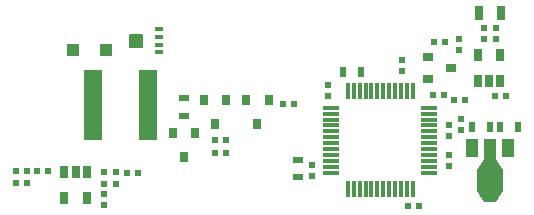
<source format=gtp>
G04 #@! TF.GenerationSoftware,KiCad,Pcbnew,5.1.4+dfsg1-1*
G04 #@! TF.CreationDate,2020-04-13T22:05:46+02:00*
G04 #@! TF.ProjectId,OtterIron_PRO_Bot,4f747465-7249-4726-9f6e-5f50524f5f42,rev?*
G04 #@! TF.SameCoordinates,Original*
G04 #@! TF.FileFunction,Paste,Top*
G04 #@! TF.FilePolarity,Positive*
%FSLAX46Y46*%
G04 Gerber Fmt 4.6, Leading zero omitted, Abs format (unit mm)*
G04 Created by KiCad (PCBNEW 5.1.4+dfsg1-1) date 2020-04-13 22:05:46*
%MOMM*%
%LPD*%
G04 APERTURE LIST*
%ADD10C,0.150000*%
%ADD11R,0.300000X1.475000*%
%ADD12R,1.475000X0.300000*%
%ADD13R,1.600000X5.900000*%
%ADD14R,0.650000X1.060000*%
%ADD15R,0.900000X0.800000*%
%ADD16C,1.000000*%
%ADD17C,0.100000*%
%ADD18R,2.200000X1.840000*%
%ADD19R,1.000000X1.500000*%
%ADD20R,1.000000X1.800000*%
%ADD21C,0.850000*%
%ADD22R,0.500000X0.600000*%
%ADD23R,0.700000X1.300000*%
%ADD24R,0.600000X0.500000*%
%ADD25R,0.900000X0.600000*%
%ADD26R,0.800000X0.900000*%
%ADD27R,0.700000X0.420000*%
%ADD28R,1.100000X1.100000*%
%ADD29R,0.600000X0.900000*%
G04 APERTURE END LIST*
D10*
G36*
X62800000Y-105900000D02*
G01*
X61800000Y-105900000D01*
X61800000Y-104900000D01*
X62800000Y-104900000D01*
X62800000Y-105900000D01*
G37*
X62800000Y-105900000D02*
X61800000Y-105900000D01*
X61800000Y-104900000D01*
X62800000Y-104900000D01*
X62800000Y-105900000D01*
D11*
X85750000Y-117962500D03*
X85250000Y-117962500D03*
X84750000Y-117962500D03*
X84250000Y-117962500D03*
X83750000Y-117962500D03*
X83250000Y-117962500D03*
X82750000Y-117962500D03*
X82250000Y-117962500D03*
X81750000Y-117962500D03*
X81250000Y-117962500D03*
X80750000Y-117962500D03*
X80250000Y-117962500D03*
D12*
X78837500Y-116550000D03*
X78837500Y-116050000D03*
X78837500Y-115550000D03*
X78837500Y-115050000D03*
X78837500Y-114550000D03*
X78837500Y-114050000D03*
X78837500Y-113550000D03*
X78837500Y-113050000D03*
X78837500Y-112550000D03*
X78837500Y-112050000D03*
X78837500Y-111550000D03*
X78837500Y-111050000D03*
D11*
X80250000Y-109637500D03*
X80750000Y-109637500D03*
X81250000Y-109637500D03*
X81750000Y-109637500D03*
X82250000Y-109637500D03*
X82750000Y-109637500D03*
X83250000Y-109637500D03*
X83750000Y-109637500D03*
X84250000Y-109637500D03*
X84750000Y-109637500D03*
X85250000Y-109637500D03*
X85750000Y-109637500D03*
D12*
X87162500Y-111050000D03*
X87162500Y-111550000D03*
X87162500Y-112050000D03*
X87162500Y-112550000D03*
X87162500Y-113050000D03*
X87162500Y-113550000D03*
X87162500Y-114050000D03*
X87162500Y-114550000D03*
X87162500Y-115050000D03*
X87162500Y-115550000D03*
X87162500Y-116050000D03*
X87162500Y-116550000D03*
D13*
X58650000Y-110800000D03*
X63350000Y-110800000D03*
D14*
X91250000Y-106600000D03*
X93150000Y-106600000D03*
X93150000Y-108800000D03*
X92200000Y-108800000D03*
X91250000Y-108800000D03*
D15*
X89000000Y-107700000D03*
X87000000Y-108650000D03*
X87000000Y-106750000D03*
D14*
X58150000Y-118700000D03*
X56250000Y-118700000D03*
X56250000Y-116500000D03*
X57200000Y-116500000D03*
X58150000Y-116500000D03*
D16*
X92300000Y-115823800D03*
D17*
G36*
X91200000Y-116323800D02*
G01*
X91900000Y-115323800D01*
X92700000Y-115323800D01*
X93400000Y-116323800D01*
X91200000Y-116323800D01*
X91200000Y-116323800D01*
G37*
D18*
X92300000Y-117233500D03*
D19*
X90800000Y-114420000D03*
D20*
X92300000Y-114566500D03*
D19*
X93800000Y-114420000D03*
D21*
X92300000Y-118567000D03*
D17*
G36*
X93400000Y-118142000D02*
G01*
X92800000Y-118992000D01*
X91800000Y-118992000D01*
X91200000Y-118142000D01*
X93400000Y-118142000D01*
X93400000Y-118142000D01*
G37*
D22*
X69000711Y-113756497D03*
X69940711Y-113756497D03*
D23*
X91350000Y-103000000D03*
X93250000Y-103000000D03*
D24*
X91800000Y-104330000D03*
X91800000Y-105270000D03*
X92800000Y-105270000D03*
X92800000Y-104330000D03*
D25*
X66400000Y-110250000D03*
X66400000Y-111750000D03*
D24*
X84800000Y-107030000D03*
X84800000Y-107970000D03*
D22*
X54870000Y-116400000D03*
X53930000Y-116400000D03*
X53070000Y-117400000D03*
X52130000Y-117400000D03*
D24*
X59600000Y-116530000D03*
X59600000Y-117470000D03*
D22*
X62470000Y-116600000D03*
X61530000Y-116600000D03*
X69940711Y-114887868D03*
X69000711Y-114887868D03*
X74730000Y-110700000D03*
X75670000Y-110700000D03*
X92730000Y-110100000D03*
X93670000Y-110100000D03*
D24*
X78600000Y-109130000D03*
X78600000Y-110070000D03*
X88800000Y-115970000D03*
X88800000Y-115030000D03*
D22*
X90170000Y-110400000D03*
X89230000Y-110400000D03*
D24*
X89700000Y-106170000D03*
X89700000Y-105230000D03*
D26*
X69000000Y-112400000D03*
X68050000Y-110400000D03*
X69950000Y-110400000D03*
X66400000Y-115200000D03*
X65450000Y-113200000D03*
X67350000Y-113200000D03*
D27*
X64300000Y-106375000D03*
X64300000Y-105075000D03*
X64300000Y-105725000D03*
X64300000Y-104425000D03*
D26*
X72600000Y-112400000D03*
X71650000Y-110400000D03*
X73550000Y-110400000D03*
D28*
X57000000Y-106200000D03*
X59800000Y-106200000D03*
D24*
X89800000Y-112970000D03*
X89800000Y-112030000D03*
D22*
X88470000Y-105500000D03*
X87530000Y-105500000D03*
X53070000Y-116400000D03*
X52130000Y-116400000D03*
D24*
X60600000Y-116530000D03*
X60600000Y-117470000D03*
D29*
X81350000Y-108000000D03*
X79850000Y-108000000D03*
D22*
X85330000Y-119400000D03*
X86270000Y-119400000D03*
D25*
X76000000Y-115450000D03*
X76000000Y-116950000D03*
D24*
X59600000Y-118330000D03*
X59600000Y-119270000D03*
X77200000Y-115930000D03*
X77200000Y-116870000D03*
X88800000Y-113470000D03*
X88800000Y-112530000D03*
D29*
X92250000Y-112700000D03*
X90750000Y-112700000D03*
D22*
X87430000Y-110000000D03*
X88370000Y-110000000D03*
D29*
X93150000Y-112700000D03*
X94650000Y-112700000D03*
M02*

</source>
